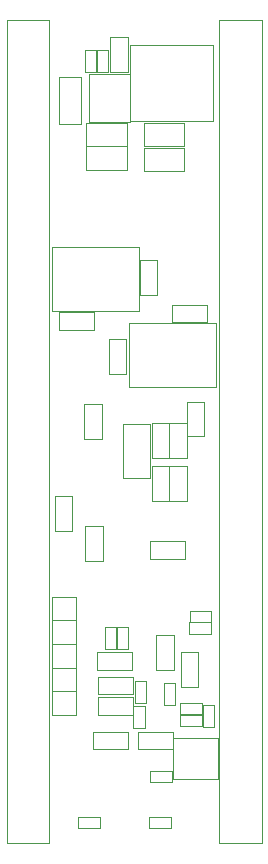
<source format=gbr>
G04 #@! TF.GenerationSoftware,KiCad,Pcbnew,8.0.5*
G04 #@! TF.CreationDate,2024-10-01T14:56:49-07:00*
G04 #@! TF.ProjectId,gr25_nodes,67723235-5f6e-46f6-9465-732e6b696361,rev?*
G04 #@! TF.SameCoordinates,Original*
G04 #@! TF.FileFunction,Other,User*
%FSLAX46Y46*%
G04 Gerber Fmt 4.6, Leading zero omitted, Abs format (unit mm)*
G04 Created by KiCad (PCBNEW 8.0.5) date 2024-10-01 14:56:49*
%MOMM*%
%LPD*%
G01*
G04 APERTURE LIST*
%ADD10C,0.050000*%
G04 APERTURE END LIST*
D10*
G04 #@! TO.C,R8*
X119630000Y-85970000D02*
X120570000Y-85970000D01*
X119630000Y-87830000D02*
X119630000Y-85970000D01*
X120570000Y-85970000D02*
X120570000Y-87830000D01*
X120570000Y-87830000D02*
X119630000Y-87830000D01*
G04 #@! TO.C,C4*
X120550000Y-36657500D02*
X123950000Y-36657500D01*
X120550000Y-38617500D02*
X120550000Y-36657500D01*
X123950000Y-36657500D02*
X123950000Y-38617500D01*
X123950000Y-38617500D02*
X120550000Y-38617500D01*
G04 #@! TO.C,C11*
X116570000Y-81470000D02*
X119530000Y-81470000D01*
X116570000Y-82930000D02*
X116570000Y-81470000D01*
X119530000Y-81470000D02*
X119530000Y-82930000D01*
X119530000Y-82930000D02*
X116570000Y-82930000D01*
G04 #@! TO.C,C31*
X117570000Y-54920000D02*
X119030000Y-54920000D01*
X117570000Y-57880000D02*
X117570000Y-54920000D01*
X119030000Y-54920000D02*
X119030000Y-57880000D01*
X119030000Y-57880000D02*
X117570000Y-57880000D01*
G04 #@! TO.C,D6*
X113300000Y-32749999D02*
X113300000Y-36749999D01*
X113300000Y-32749999D02*
X115200000Y-32749999D01*
X113300000Y-36749999D02*
X115200000Y-36749999D01*
X115200000Y-32749999D02*
X115200000Y-36749999D01*
G04 #@! TO.C,R16*
X114960001Y-95430000D02*
X116820001Y-95430000D01*
X114960001Y-96370000D02*
X114960001Y-95430000D01*
X116820001Y-95430000D02*
X116820001Y-96370000D01*
X116820001Y-96370000D02*
X114960001Y-96370000D01*
G04 #@! TO.C,R7*
X124379999Y-77930000D02*
X126239999Y-77930000D01*
X124379999Y-78870000D02*
X124379999Y-77930000D01*
X126239999Y-77930000D02*
X126239999Y-78870000D01*
X126239999Y-78870000D02*
X124379999Y-78870000D01*
G04 #@! TO.C,J6*
X126900000Y-27960000D02*
X126900000Y-97610000D01*
X126900000Y-97610000D02*
X130500000Y-97610000D01*
X130500000Y-27960000D02*
X126900000Y-27960000D01*
X130500000Y-97610000D02*
X130500000Y-27960000D01*
G04 #@! TO.C,C16*
X115470000Y-60420000D02*
X116930000Y-60420000D01*
X115470000Y-63380000D02*
X115470000Y-60420000D01*
X116930000Y-60420000D02*
X116930000Y-63380000D01*
X116930000Y-63380000D02*
X115470000Y-63380000D01*
G04 #@! TO.C,D2*
X116670000Y-85270000D02*
X119630000Y-85270000D01*
X116670000Y-86730000D02*
X116670000Y-85270000D01*
X119630000Y-85270000D02*
X119630000Y-86730000D01*
X119630000Y-86730000D02*
X116670000Y-86730000D01*
G04 #@! TO.C,C5*
X120550000Y-38720000D02*
X123950000Y-38720000D01*
X120550000Y-40680000D02*
X120550000Y-38720000D01*
X123950000Y-38720000D02*
X123950000Y-40680000D01*
X123950000Y-40680000D02*
X120550000Y-40680000D01*
G04 #@! TO.C,TP4*
X112750000Y-78750000D02*
X112750000Y-80750000D01*
X112750000Y-78750000D02*
X114750000Y-78750000D01*
X114750000Y-80750000D02*
X112750000Y-80750000D01*
X114750000Y-80750000D02*
X114750000Y-78750000D01*
G04 #@! TO.C,R13*
X125530000Y-85879999D02*
X126470000Y-85879999D01*
X125530000Y-87739999D02*
X125530000Y-85879999D01*
X126470000Y-85879999D02*
X126470000Y-87739999D01*
X126470000Y-87739999D02*
X125530000Y-87739999D01*
G04 #@! TO.C,C22*
X122670000Y-62045000D02*
X124130000Y-62045000D01*
X122670000Y-65005000D02*
X122670000Y-62045000D01*
X124130000Y-62045000D02*
X124130000Y-65005000D01*
X124130000Y-65005000D02*
X122670000Y-65005000D01*
G04 #@! TO.C,U2*
X115900000Y-32450000D02*
X115900000Y-36550000D01*
X115900000Y-36550000D02*
X119300000Y-36550000D01*
X119300000Y-32450000D02*
X115900000Y-32450000D01*
X119300000Y-36550000D02*
X119300000Y-32450000D01*
G04 #@! TO.C,R14*
X123560001Y-85780000D02*
X125420001Y-85780000D01*
X123560001Y-86720000D02*
X123560001Y-85780000D01*
X125420001Y-85780000D02*
X125420001Y-86720000D01*
X125420001Y-86720000D02*
X123560001Y-86720000D01*
G04 #@! TO.C,R6*
X124360001Y-78930000D02*
X126220001Y-78930000D01*
X124360001Y-79870000D02*
X124360001Y-78930000D01*
X126220001Y-78930000D02*
X126220001Y-79870000D01*
X126220001Y-79870000D02*
X124360001Y-79870000D01*
G04 #@! TO.C,J7*
X108900000Y-27960000D02*
X108900000Y-97610000D01*
X108900000Y-97610000D02*
X112500000Y-97610000D01*
X112500000Y-27960000D02*
X108900000Y-27960000D01*
X112500000Y-97610000D02*
X112500000Y-27960000D01*
G04 #@! TO.C,R10*
X121070000Y-91530000D02*
X122930000Y-91530000D01*
X121070000Y-92470000D02*
X121070000Y-91530000D01*
X122930000Y-91530000D02*
X122930000Y-92470000D01*
X122930000Y-92470000D02*
X121070000Y-92470000D01*
G04 #@! TO.C,R15*
X123570000Y-86780000D02*
X125430000Y-86780000D01*
X123570000Y-87720000D02*
X123570000Y-86780000D01*
X125430000Y-86780000D02*
X125430000Y-87720000D01*
X125430000Y-87720000D02*
X123570000Y-87720000D01*
G04 #@! TO.C,U3*
X112700000Y-47125000D02*
X112700000Y-52525000D01*
X112700000Y-52525000D02*
X120100000Y-52525000D01*
X120100000Y-47125000D02*
X112700000Y-47125000D01*
X120100000Y-52525000D02*
X120100000Y-47125000D01*
G04 #@! TO.C,C25*
X121170000Y-65695000D02*
X122630000Y-65695000D01*
X121170000Y-68655000D02*
X121170000Y-65695000D01*
X122630000Y-65695000D02*
X122630000Y-68655000D01*
X122630000Y-68655000D02*
X121170000Y-68655000D01*
G04 #@! TO.C,R4*
X118230000Y-79279999D02*
X119170000Y-79279999D01*
X118230000Y-81139999D02*
X118230000Y-79279999D01*
X119170000Y-79279999D02*
X119170000Y-81139999D01*
X119170000Y-81139999D02*
X118230000Y-81139999D01*
G04 #@! TO.C,C13*
X123670000Y-81445000D02*
X125130000Y-81445000D01*
X123670000Y-84405000D02*
X123670000Y-81445000D01*
X125130000Y-81445000D02*
X125130000Y-84405000D01*
X125130000Y-84405000D02*
X123670000Y-84405000D01*
G04 #@! TO.C,C28*
X113295000Y-52670000D02*
X116255000Y-52670000D01*
X113295000Y-54130000D02*
X113295000Y-52670000D01*
X116255000Y-52670000D02*
X116255000Y-54130000D01*
X116255000Y-54130000D02*
X113295000Y-54130000D01*
G04 #@! TO.C,C24*
X122670000Y-65695000D02*
X124130000Y-65695000D01*
X122670000Y-68655000D02*
X122670000Y-65695000D01*
X124130000Y-65695000D02*
X124130000Y-68655000D01*
X124130000Y-68655000D02*
X122670000Y-68655000D01*
G04 #@! TO.C,C1*
X115650000Y-36620000D02*
X119050000Y-36620000D01*
X115650000Y-38580000D02*
X115650000Y-36620000D01*
X119050000Y-36620000D02*
X119050000Y-38580000D01*
X119050000Y-38580000D02*
X115650000Y-38580000D01*
G04 #@! TO.C,L2*
X118750000Y-62100000D02*
X121050000Y-62100000D01*
X118750000Y-66700000D02*
X118750000Y-62100000D01*
X121050000Y-62100000D02*
X121050000Y-66700000D01*
X121050000Y-66700000D02*
X118750000Y-66700000D01*
G04 #@! TO.C,TP3*
X112750000Y-80750000D02*
X112750000Y-82750000D01*
X112750000Y-80750000D02*
X114750000Y-80750000D01*
X114750000Y-82750000D02*
X112750000Y-82750000D01*
X114750000Y-82750000D02*
X114750000Y-80750000D01*
G04 #@! TO.C,R9*
X119730000Y-83860001D02*
X120670000Y-83860001D01*
X119730000Y-85720001D02*
X119730000Y-83860001D01*
X120670000Y-83860001D02*
X120670000Y-85720001D01*
X120670000Y-85720001D02*
X119730000Y-85720001D01*
G04 #@! TO.C,R5*
X117230000Y-79279999D02*
X118170000Y-79279999D01*
X117230000Y-81139999D02*
X117230000Y-79279999D01*
X118170000Y-79279999D02*
X118170000Y-81139999D01*
X118170000Y-81139999D02*
X117230000Y-81139999D01*
G04 #@! TO.C,R17*
X120979999Y-95430000D02*
X122839999Y-95430000D01*
X120979999Y-96370000D02*
X120979999Y-95430000D01*
X122839999Y-95430000D02*
X122839999Y-96370000D01*
X122839999Y-96370000D02*
X120979999Y-96370000D01*
G04 #@! TO.C,Q1*
X122980000Y-88749999D02*
X122980000Y-92150001D01*
X122980000Y-92150001D02*
X126820000Y-92150001D01*
X126820000Y-88749999D02*
X122980000Y-88749999D01*
X126820000Y-92150001D02*
X126820000Y-88749999D01*
G04 #@! TO.C,C2*
X115650000Y-38620000D02*
X119050000Y-38620000D01*
X115650000Y-40580000D02*
X115650000Y-38620000D01*
X119050000Y-38620000D02*
X119050000Y-40580000D01*
X119050000Y-40580000D02*
X115650000Y-40580000D01*
G04 #@! TO.C,C19*
X124170000Y-60220000D02*
X125630000Y-60220000D01*
X124170000Y-63180000D02*
X124170000Y-60220000D01*
X125630000Y-60220000D02*
X125630000Y-63180000D01*
X125630000Y-63180000D02*
X124170000Y-63180000D01*
G04 #@! TO.C,C8*
X120020000Y-88170000D02*
X122980000Y-88170000D01*
X120020000Y-89630000D02*
X120020000Y-88170000D01*
X122980000Y-88170000D02*
X122980000Y-89630000D01*
X122980000Y-89630000D02*
X120020000Y-89630000D01*
G04 #@! TO.C,C17*
X121045000Y-72070000D02*
X124005000Y-72070000D01*
X121045000Y-73530000D02*
X121045000Y-72070000D01*
X124005000Y-72070000D02*
X124005000Y-73530000D01*
X124005000Y-73530000D02*
X121045000Y-73530000D01*
G04 #@! TO.C,TP2*
X112750000Y-82750000D02*
X112750000Y-84750000D01*
X112750000Y-82750000D02*
X114750000Y-82750000D01*
X114750000Y-84750000D02*
X112750000Y-84750000D01*
X114750000Y-84750000D02*
X114750000Y-82750000D01*
G04 #@! TO.C,C23*
X121170000Y-62045000D02*
X122630000Y-62045000D01*
X121170000Y-65005000D02*
X121170000Y-62045000D01*
X122630000Y-62045000D02*
X122630000Y-65005000D01*
X122630000Y-65005000D02*
X121170000Y-65005000D01*
G04 #@! TO.C,C21*
X115570000Y-70795000D02*
X117030000Y-70795000D01*
X115570000Y-73755000D02*
X115570000Y-70795000D01*
X117030000Y-70795000D02*
X117030000Y-73755000D01*
X117030000Y-73755000D02*
X115570000Y-73755000D01*
G04 #@! TO.C,C18*
X112970000Y-68220000D02*
X114430000Y-68220000D01*
X112970000Y-71180000D02*
X112970000Y-68220000D01*
X114430000Y-68220000D02*
X114430000Y-71180000D01*
X114430000Y-71180000D02*
X112970000Y-71180000D01*
G04 #@! TO.C,R11*
X122230000Y-84079999D02*
X123170000Y-84079999D01*
X122230000Y-85939999D02*
X122230000Y-84079999D01*
X123170000Y-84079999D02*
X123170000Y-85939999D01*
X123170000Y-85939999D02*
X122230000Y-85939999D01*
G04 #@! TO.C,C30*
X122920000Y-52070000D02*
X125880000Y-52070000D01*
X122920000Y-53530000D02*
X122920000Y-52070000D01*
X125880000Y-52070000D02*
X125880000Y-53530000D01*
X125880000Y-53530000D02*
X122920000Y-53530000D01*
G04 #@! TO.C,L1*
X119300000Y-30000000D02*
X119300000Y-36500000D01*
X119300000Y-36500000D02*
X126400000Y-36500000D01*
X126400000Y-30000000D02*
X119300000Y-30000000D01*
X126400000Y-36500000D02*
X126400000Y-30000000D01*
G04 #@! TO.C,TP1*
X112750000Y-84750000D02*
X112750000Y-86750000D01*
X112750000Y-84750000D02*
X114750000Y-84750000D01*
X114750000Y-86750000D02*
X112750000Y-86750000D01*
X114750000Y-86750000D02*
X114750000Y-84750000D01*
G04 #@! TO.C,C29*
X120170000Y-48220000D02*
X121630000Y-48220000D01*
X120170000Y-51180000D02*
X120170000Y-48220000D01*
X121630000Y-48220000D02*
X121630000Y-51180000D01*
X121630000Y-51180000D02*
X120170000Y-51180000D01*
G04 #@! TO.C,R2*
X115530000Y-30467500D02*
X116470000Y-30467500D01*
X115530000Y-32327500D02*
X115530000Y-30467500D01*
X116470000Y-30467500D02*
X116470000Y-32327500D01*
X116470000Y-32327500D02*
X115530000Y-32327500D01*
G04 #@! TO.C,U6*
X119225000Y-53605000D02*
X119225000Y-59005000D01*
X119225000Y-59005000D02*
X126625000Y-59005000D01*
X126625000Y-53605000D02*
X119225000Y-53605000D01*
X126625000Y-59005000D02*
X126625000Y-53605000D01*
G04 #@! TO.C,R1*
X116530000Y-30447501D02*
X117470000Y-30447501D01*
X116530000Y-32307501D02*
X116530000Y-30447501D01*
X117470000Y-30447501D02*
X117470000Y-32307501D01*
X117470000Y-32307501D02*
X116530000Y-32307501D01*
G04 #@! TO.C,C12*
X116220000Y-88170000D02*
X119180000Y-88170000D01*
X116220000Y-89630000D02*
X116220000Y-88170000D01*
X119180000Y-88170000D02*
X119180000Y-89630000D01*
X119180000Y-89630000D02*
X116220000Y-89630000D01*
G04 #@! TO.C,C15*
X121570000Y-79995000D02*
X123030000Y-79995000D01*
X121570000Y-82955000D02*
X121570000Y-79995000D01*
X123030000Y-79995000D02*
X123030000Y-82955000D01*
X123030000Y-82955000D02*
X121570000Y-82955000D01*
G04 #@! TO.C,C3*
X117670000Y-29320000D02*
X119130000Y-29320000D01*
X117670000Y-32280000D02*
X117670000Y-29320000D01*
X119130000Y-29320000D02*
X119130000Y-32280000D01*
X119130000Y-32280000D02*
X117670000Y-32280000D01*
G04 #@! TO.C,TP5*
X112750000Y-76750000D02*
X112750000Y-78750000D01*
X112750000Y-76750000D02*
X114750000Y-76750000D01*
X114750000Y-78750000D02*
X112750000Y-78750000D01*
X114750000Y-78750000D02*
X114750000Y-76750000D01*
G04 #@! TO.C,D3*
X116670000Y-83520000D02*
X119630000Y-83520000D01*
X116670000Y-84980000D02*
X116670000Y-83520000D01*
X119630000Y-83520000D02*
X119630000Y-84980000D01*
X119630000Y-84980000D02*
X116670000Y-84980000D01*
G04 #@! TD*
M02*

</source>
